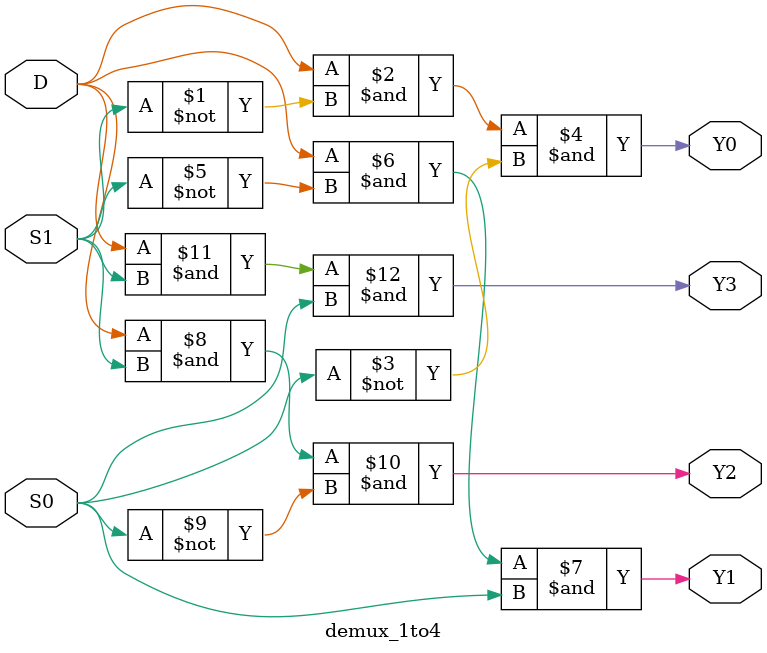
<source format=v>
module demux_1to4 (
    input D,        // Data input
    input S1, S0,   // Select lines
    output Y0, Y1, Y2, Y3 // Outputs
);
    assign Y0 = D & ~S1 & ~S0;
    assign Y1 = D & ~S1 &  S0;
    assign Y2 = D &  S1 & ~S0;
    assign Y3 = D &  S1 &  S0;
endmodule

</source>
